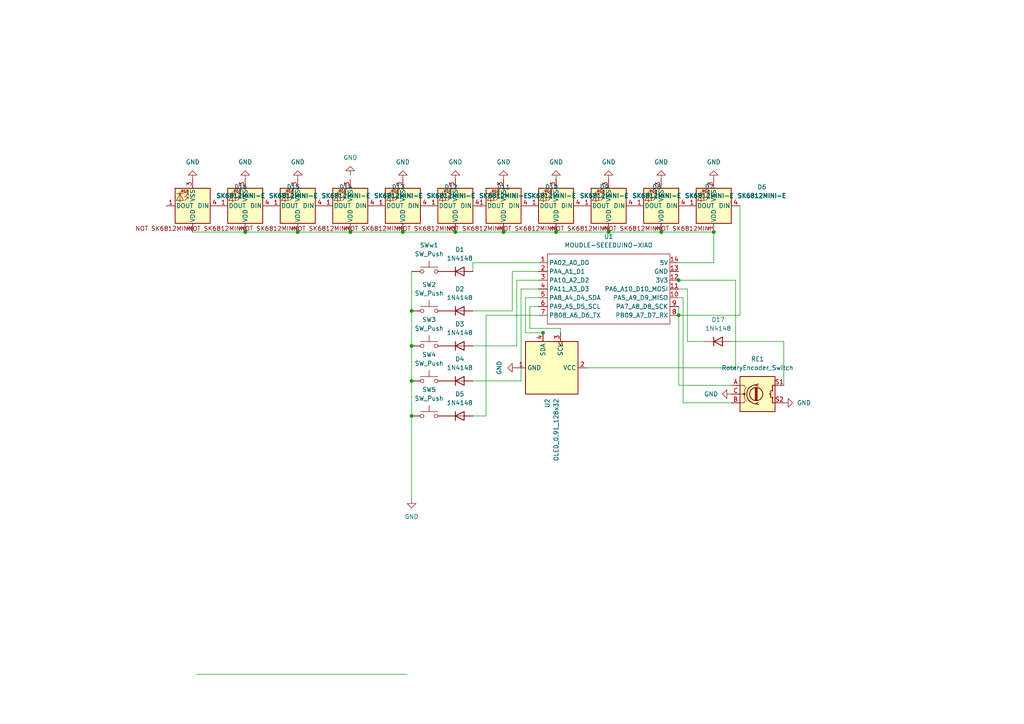
<source format=kicad_sch>
(kicad_sch (version 20250114) (generator "eeschema") (generator_version "9.0")
  (paper "A4")
  (lib_symbols
    (symbol "Device:RotaryEncoder_Switch" (pin_names (offset 0.254) (hide yes))
      (property "Reference" "SW" (at 0 6.604 0))
      (property "Value" "RotaryEncoder_Switch" (at 0 -6.604 0))
      (symbol "RotaryEncoder_Switch_0_1"
        (rectangle (start -5.08 5.08) (end 5.08 -5.08) (stroke (width 0.254)) (fill (type background)))
        (polyline (pts (xy -5.08 2.54) (xy -3.81 2.54) (xy -3.81 2.032)))
        (polyline (pts (xy -5.08 0) (xy -3.81 0) (xy -3.81 -1.016) (xy -3.302 -2.032)))
        (polyline (pts (xy -5.08 -2.54) (xy -3.81 -2.54) (xy -3.81 -2.032)))
        (polyline (pts (xy -4.318 0) (xy -3.81 0) (xy -3.81 1.016) (xy -3.302 2.032)))
        (circle (center -3.81 0) (radius 0.254) (fill (type outline)))
        (polyline (pts (xy -0.635 -1.778) (xy -0.635 1.778)) (stroke (width 0.254)))
        (circle (center -0.381 0) (radius 1.905) (stroke (width 0.254)))
        (polyline (pts (xy -0.381 -1.778) (xy -0.381 1.778)) (stroke (width 0.254)))
        (arc (start -0.381 -2.794) (mid -3.0988 -0.0635) (end -0.381 2.667) (stroke (width 0.254)))
        (polyline (pts (xy -0.127 1.778) (xy -0.127 -1.778)) (stroke (width 0.254)))
        (polyline (pts (xy 0.254 2.921) (xy -0.508 2.667) (xy 0.127 2.286)) (stroke (width 0.254)))
        (polyline (pts (xy 0.254 -3.048) (xy -0.508 -2.794) (xy 0.127 -2.413)) (stroke (width 0.254)))
        (polyline (pts (xy 3.81 1.016) (xy 3.81 -1.016)) (stroke (width 0.254)))
        (polyline (pts (xy 3.81 0) (xy 3.429 0)) (stroke (width 0.254)))
        (circle (center 4.318 1.016) (radius 0.127) (stroke (width 0.254)))
        (circle (center 4.318 -1.016) (radius 0.127) (stroke (width 0.254)))
        (polyline (pts (xy 5.08 2.54) (xy 4.318 2.54) (xy 4.318 1.016)) (stroke (width 0.254)))
        (polyline (pts (xy 5.08 -2.54) (xy 4.318 -2.54) (xy 4.318 -1.016)) (stroke (width 0.254)))
      )
      (symbol "RotaryEncoder_Switch_1_1"
        (pin passive line (at -7.62 2.54 0) (length 2.54) (name "A") (number "A"))
        (pin passive line (at -7.62 0 0) (length 2.54) (name "C") (number "C"))
        (pin passive line (at -7.62 -2.54 0) (length 2.54) (name "B") (number "B"))
        (pin passive line (at 7.62 2.54 180) (length 2.54) (name "S1") (number "S1"))
        (pin passive line (at 7.62 -2.54 180) (length 2.54) (name "S2") (number "S2"))
      )
    )
    (symbol "Diode:1N4148" (pin_numbers (hide yes)) (pin_names (hide yes))
      (property "Reference" "D" (at 0 2.54 0))
      (property "Value" "1N4148" (at 0 -2.54 0))
      (symbol "1N4148_0_1"
        (polyline (pts (xy -1.27 1.27) (xy -1.27 -1.27)) (stroke (width 0.254)))
        (polyline (pts (xy 1.27 1.27) (xy 1.27 -1.27) (xy -1.27 0) (xy 1.27 1.27)) (stroke (width 0.254)))
        (polyline (pts (xy 1.27 0) (xy -1.27 0)))
      )
      (symbol "1N4148_1_1"
        (pin passive line (at -3.81 0 0) (length 2.54) (name "K") (number "1"))
        (pin passive line (at 3.81 0 180) (length 2.54) (name "A") (number "2"))
      )
    )
    (symbol "Hackclub Symbols:OLED_0.91_128x32"
      (property "Reference" "U" (at 0 0 0))
      (property "Value" "OLED_0.91_128x32" (at 14.224 -10.668 0))
      (symbol "OLED_0.91_128x32_1_1"
        (rectangle (start -7.62 7.62) (end 7.62 -7.62) (stroke (width 0.254)) (fill (type background)))
        (pin input clock (at -10.16 2.54 0) (length 2.54) (name "SCL") (number "3"))
        (pin bidirectional line (at -10.16 -2.54 0) (length 2.54) (name "SDA") (number "4"))
        (pin power_in line (at 0 10.16 270) (length 2.54) (name "VCC") (number "2"))
        (pin power_in line (at 0 -10.16 90) (length 2.54) (name "GND") (number "1"))
      )
    )
    (symbol "SK6812MINI-E:SK6812MINI-E" (pin_names (offset 0.254))
      (property "Reference" "D" (at -3.556 5.842 0))
      (property "Value" "SK6812MINI-E" (at 1.27 -5.715 0))
      (symbol "SK6812MINI-E_0_0"
        (text "RGB" (at 2.286 -4.191 0) (effects (font (size 0.762 0.762))))
      )
      (symbol "SK6812MINI-E_0_1"
        (rectangle (start -5.08 5.08) (end 5.08 -5.08) (stroke (width 0.254)) (fill (type background)))
        (polyline (pts (xy 1.27 -2.54) (xy 1.778 -2.54)))
        (polyline (pts (xy 1.27 -3.556) (xy 1.778 -3.556)))
        (polyline (pts (xy 2.286 -1.524) (xy 1.27 -2.54) (xy 1.27 -2.032)))
        (polyline (pts (xy 2.286 -2.54) (xy 1.27 -3.556) (xy 1.27 -3.048)))
        (polyline (pts (xy 3.683 -1.016) (xy 3.683 -3.556) (xy 3.683 -4.064)))
        (polyline (pts (xy 4.699 -1.524) (xy 2.667 -1.524) (xy 3.683 -3.556) (xy 4.699 -1.524)))
        (polyline (pts (xy 4.699 -3.556) (xy 2.667 -3.556)))
      )
      (symbol "SK6812MINI-E_1_1"
        (text "NOT SK6812MINI" (at 8.636 6.604 0) (effects (font (size 1.27 1.27))))
        (pin input line (at -7.62 0 0) (length 2.54) (name "DIN") (number "4"))
        (pin power_in line (at 0 7.62 270) (length 2.54) (name "VDD") (number "1"))
        (pin power_in line (at 0 -7.62 90) (length 2.54) (name "VSS") (number "3"))
        (pin output line (at 7.62 0 180) (length 2.54) (name "DOUT") (number "1"))
      )
    )
    (symbol "SK6812MINI-E_1" (pin_names (offset 0.254))
      (property "Reference" "D" (at -3.556 5.842 0))
      (property "Value" "SK6812MINI-E" (at 1.27 -5.715 0))
      (symbol "SK6812MINI-E_1_0_0"
        (text "RGB" (at 2.286 -4.191 0) (effects (font (size 0.762 0.762))))
      )
      (symbol "SK6812MINI-E_1_0_1"
        (rectangle (start -5.08 5.08) (end 5.08 -5.08) (stroke (width 0.254)) (fill (type background)))
        (polyline (pts (xy 1.27 -2.54) (xy 1.778 -2.54)))
        (polyline (pts (xy 1.27 -3.556) (xy 1.778 -3.556)))
        (polyline (pts (xy 2.286 -1.524) (xy 1.27 -2.54) (xy 1.27 -2.032)))
        (polyline (pts (xy 2.286 -2.54) (xy 1.27 -3.556) (xy 1.27 -3.048)))
        (polyline (pts (xy 3.683 -1.016) (xy 3.683 -3.556) (xy 3.683 -4.064)))
        (polyline (pts (xy 4.699 -1.524) (xy 2.667 -1.524) (xy 3.683 -3.556) (xy 4.699 -1.524)))
        (polyline (pts (xy 4.699 -3.556) (xy 2.667 -3.556)))
      )
      (symbol "SK6812MINI-E_1_1_1"
        (text "NOT SK6812MINI" (at 8.636 6.604 0) (effects (font (size 1.27 1.27))))
        (pin input line (at -7.62 0 0) (length 2.54) (name "DIN") (number "4"))
        (pin power_in line (at 0 7.62 270) (length 2.54) (name "VDD") (number "1"))
        (pin power_in line (at 0 -7.62 90) (length 2.54) (name "VSS") (number "3"))
        (pin output line (at 7.62 0 180) (length 2.54) (name "DOUT") (number "1"))
      )
    )
    (symbol "SK6812MINI-E_10" (pin_names (offset 0.254))
      (property "Reference" "D" (at -3.556 5.842 0))
      (property "Value" "SK6812MINI-E" (at 1.27 -5.715 0))
      (symbol "SK6812MINI-E_10_0_0"
        (text "RGB" (at 2.286 -4.191 0) (effects (font (size 0.762 0.762))))
      )
      (symbol "SK6812MINI-E_10_0_1"
        (rectangle (start -5.08 5.08) (end 5.08 -5.08) (stroke (width 0.254)) (fill (type background)))
        (polyline (pts (xy 1.27 -2.54) (xy 1.778 -2.54)))
        (polyline (pts (xy 1.27 -3.556) (xy 1.778 -3.556)))
        (polyline (pts (xy 2.286 -1.524) (xy 1.27 -2.54) (xy 1.27 -2.032)))
        (polyline (pts (xy 2.286 -2.54) (xy 1.27 -3.556) (xy 1.27 -3.048)))
        (polyline (pts (xy 3.683 -1.016) (xy 3.683 -3.556) (xy 3.683 -4.064)))
        (polyline (pts (xy 4.699 -1.524) (xy 2.667 -1.524) (xy 3.683 -3.556) (xy 4.699 -1.524)))
        (polyline (pts (xy 4.699 -3.556) (xy 2.667 -3.556)))
      )
      (symbol "SK6812MINI-E_10_1_1"
        (text "NOT SK6812MINI" (at 8.636 6.604 0) (effects (font (size 1.27 1.27))))
        (pin input line (at -7.62 0 0) (length 2.54) (name "DIN") (number "4"))
        (pin power_in line (at 0 7.62 270) (length 2.54) (name "VDD") (number "1"))
        (pin power_in line (at 0 -7.62 90) (length 2.54) (name "VSS") (number "3"))
        (pin output line (at 7.62 0 180) (length 2.54) (name "DOUT") (number "1"))
      )
    )
    (symbol "SK6812MINI-E_2" (pin_names (offset 0.254))
      (property "Reference" "D" (at -3.556 5.842 0))
      (property "Value" "SK6812MINI-E" (at 1.27 -5.715 0))
      (symbol "SK6812MINI-E_2_0_0"
        (text "RGB" (at 2.286 -4.191 0) (effects (font (size 0.762 0.762))))
      )
      (symbol "SK6812MINI-E_2_0_1"
        (rectangle (start -5.08 5.08) (end 5.08 -5.08) (stroke (width 0.254)) (fill (type background)))
        (polyline (pts (xy 1.27 -2.54) (xy 1.778 -2.54)))
        (polyline (pts (xy 1.27 -3.556) (xy 1.778 -3.556)))
        (polyline (pts (xy 2.286 -1.524) (xy 1.27 -2.54) (xy 1.27 -2.032)))
        (polyline (pts (xy 2.286 -2.54) (xy 1.27 -3.556) (xy 1.27 -3.048)))
        (polyline (pts (xy 3.683 -1.016) (xy 3.683 -3.556) (xy 3.683 -4.064)))
        (polyline (pts (xy 4.699 -1.524) (xy 2.667 -1.524) (xy 3.683 -3.556) (xy 4.699 -1.524)))
        (polyline (pts (xy 4.699 -3.556) (xy 2.667 -3.556)))
      )
      (symbol "SK6812MINI-E_2_1_1"
        (text "NOT SK6812MINI" (at 8.636 6.604 0) (effects (font (size 1.27 1.27))))
        (pin input line (at -7.62 0 0) (length 2.54) (name "DIN") (number "4"))
        (pin power_in line (at 0 7.62 270) (length 2.54) (name "VDD") (number "1"))
        (pin power_in line (at 0 -7.62 90) (length 2.54) (name "VSS") (number "3"))
        (pin output line (at 7.62 0 180) (length 2.54) (name "DOUT") (number "1"))
      )
    )
    (symbol "SK6812MINI-E_3" (pin_names (offset 0.254))
      (property "Reference" "D" (at -3.556 5.842 0))
      (property "Value" "SK6812MINI-E" (at 1.27 -5.715 0))
      (symbol "SK6812MINI-E_3_0_0"
        (text "RGB" (at 2.286 -4.191 0) (effects (font (size 0.762 0.762))))
      )
      (symbol "SK6812MINI-E_3_0_1"
        (rectangle (start -5.08 5.08) (end 5.08 -5.08) (stroke (width 0.254)) (fill (type background)))
        (polyline (pts (xy 1.27 -2.54) (xy 1.778 -2.54)))
        (polyline (pts (xy 1.27 -3.556) (xy 1.778 -3.556)))
        (polyline (pts (xy 2.286 -1.524) (xy 1.27 -2.54) (xy 1.27 -2.032)))
        (polyline (pts (xy 2.286 -2.54) (xy 1.27 -3.556) (xy 1.27 -3.048)))
        (polyline (pts (xy 3.683 -1.016) (xy 3.683 -3.556) (xy 3.683 -4.064)))
        (polyline (pts (xy 4.699 -1.524) (xy 2.667 -1.524) (xy 3.683 -3.556) (xy 4.699 -1.524)))
        (polyline (pts (xy 4.699 -3.556) (xy 2.667 -3.556)))
      )
      (symbol "SK6812MINI-E_3_1_1"
        (text "NOT SK6812MINI" (at 8.636 6.604 0) (effects (font (size 1.27 1.27))))
        (pin input line (at -7.62 0 0) (length 2.54) (name "DIN") (number "4"))
        (pin power_in line (at 0 7.62 270) (length 2.54) (name "VDD") (number "1"))
        (pin power_in line (at 0 -7.62 90) (length 2.54) (name "VSS") (number "3"))
        (pin output line (at 7.62 0 180) (length 2.54) (name "DOUT") (number "1"))
      )
    )
    (symbol "SK6812MINI-E_4" (pin_names (offset 0.254))
      (property "Reference" "D" (at -3.556 5.842 0))
      (property "Value" "SK6812MINI-E" (at 1.27 -5.715 0))
      (symbol "SK6812MINI-E_4_0_0"
        (text "RGB" (at 2.286 -4.191 0) (effects (font (size 0.762 0.762))))
      )
      (symbol "SK6812MINI-E_4_0_1"
        (rectangle (start -5.08 5.08) (end 5.08 -5.08) (stroke (width 0.254)) (fill (type background)))
        (polyline (pts (xy 1.27 -2.54) (xy 1.778 -2.54)))
        (polyline (pts (xy 1.27 -3.556) (xy 1.778 -3.556)))
        (polyline (pts (xy 2.286 -1.524) (xy 1.27 -2.54) (xy 1.27 -2.032)))
        (polyline (pts (xy 2.286 -2.54) (xy 1.27 -3.556) (xy 1.27 -3.048)))
        (polyline (pts (xy 3.683 -1.016) (xy 3.683 -3.556) (xy 3.683 -4.064)))
        (polyline (pts (xy 4.699 -1.524) (xy 2.667 -1.524) (xy 3.683 -3.556) (xy 4.699 -1.524)))
        (polyline (pts (xy 4.699 -3.556) (xy 2.667 -3.556)))
      )
      (symbol "SK6812MINI-E_4_1_1"
        (text "NOT SK6812MINI" (at 8.636 6.604 0) (effects (font (size 1.27 1.27))))
        (pin input line (at -7.62 0 0) (length 2.54) (name "DIN") (number "4"))
        (pin power_in line (at 0 7.62 270) (length 2.54) (name "VDD") (number "1"))
        (pin power_in line (at 0 -7.62 90) (length 2.54) (name "VSS") (number "3"))
        (pin output line (at 7.62 0 180) (length 2.54) (name "DOUT") (number "1"))
      )
    )
    (symbol "SK6812MINI-E_5" (pin_names (offset 0.254))
      (property "Reference" "D" (at -3.556 5.842 0))
      (property "Value" "SK6812MINI-E" (at 1.27 -5.715 0))
      (symbol "SK6812MINI-E_5_0_0"
        (text "RGB" (at 2.286 -4.191 0) (effects (font (size 0.762 0.762))))
      )
      (symbol "SK6812MINI-E_5_0_1"
        (rectangle (start -5.08 5.08) (end 5.08 -5.08) (stroke (width 0.254)) (fill (type background)))
        (polyline (pts (xy 1.27 -2.54) (xy 1.778 -2.54)))
        (polyline (pts (xy 1.27 -3.556) (xy 1.778 -3.556)))
        (polyline (pts (xy 2.286 -1.524) (xy 1.27 -2.54) (xy 1.27 -2.032)))
        (polyline (pts (xy 2.286 -2.54) (xy 1.27 -3.556) (xy 1.27 -3.048)))
        (polyline (pts (xy 3.683 -1.016) (xy 3.683 -3.556) (xy 3.683 -4.064)))
        (polyline (pts (xy 4.699 -1.524) (xy 2.667 -1.524) (xy 3.683 -3.556) (xy 4.699 -1.524)))
        (polyline (pts (xy 4.699 -3.556) (xy 2.667 -3.556)))
      )
      (symbol "SK6812MINI-E_5_1_1"
        (text "NOT SK6812MINI" (at 8.636 6.604 0) (effects (font (size 1.27 1.27))))
        (pin input line (at -7.62 0 0) (length 2.54) (name "DIN") (number "4"))
        (pin power_in line (at 0 7.62 270) (length 2.54) (name "VDD") (number "1"))
        (pin power_in line (at 0 -7.62 90) (length 2.54) (name "VSS") (number "3"))
        (pin output line (at 7.62 0 180) (length 2.54) (name "DOUT") (number "1"))
      )
    )
    (symbol "SK6812MINI-E_6" (pin_names (offset 0.254))
      (property "Reference" "D" (at -3.556 5.842 0))
      (property "Value" "SK6812MINI-E" (at 1.27 -5.715 0))
      (symbol "SK6812MINI-E_6_0_0"
        (text "RGB" (at 2.286 -4.191 0) (effects (font (size 0.762 0.762))))
      )
      (symbol "SK6812MINI-E_6_0_1"
        (rectangle (start -5.08 5.08) (end 5.08 -5.08) (stroke (width 0.254)) (fill (type background)))
        (polyline (pts (xy 1.27 -2.54) (xy 1.778 -2.54)))
        (polyline (pts (xy 1.27 -3.556) (xy 1.778 -3.556)))
        (polyline (pts (xy 2.286 -1.524) (xy 1.27 -2.54) (xy 1.27 -2.032)))
        (polyline (pts (xy 2.286 -2.54) (xy 1.27 -3.556) (xy 1.27 -3.048)))
        (polyline (pts (xy 3.683 -1.016) (xy 3.683 -3.556) (xy 3.683 -4.064)))
        (polyline (pts (xy 4.699 -1.524) (xy 2.667 -1.524) (xy 3.683 -3.556) (xy 4.699 -1.524)))
        (polyline (pts (xy 4.699 -3.556) (xy 2.667 -3.556)))
      )
      (symbol "SK6812MINI-E_6_1_1"
        (text "NOT SK6812MINI" (at 8.636 6.604 0) (effects (font (size 1.27 1.27))))
        (pin input line (at -7.62 0 0) (length 2.54) (name "DIN") (number "4"))
        (pin power_in line (at 0 7.62 270) (length 2.54) (name "VDD") (number "1"))
        (pin power_in line (at 0 -7.62 90) (length 2.54) (name "VSS") (number "3"))
        (pin output line (at 7.62 0 180) (length 2.54) (name "DOUT") (number "1"))
      )
    )
    (symbol "SK6812MINI-E_7" (pin_names (offset 0.254))
      (property "Reference" "D" (at -3.556 5.842 0))
      (property "Value" "SK6812MINI-E" (at 1.27 -5.715 0))
      (symbol "SK6812MINI-E_7_0_0"
        (text "RGB" (at 2.286 -4.191 0) (effects (font (size 0.762 0.762))))
      )
      (symbol "SK6812MINI-E_7_0_1"
        (rectangle (start -5.08 5.08) (end 5.08 -5.08) (stroke (width 0.254)) (fill (type background)))
        (polyline (pts (xy 1.27 -2.54) (xy 1.778 -2.54)))
        (polyline (pts (xy 1.27 -3.556) (xy 1.778 -3.556)))
        (polyline (pts (xy 2.286 -1.524) (xy 1.27 -2.54) (xy 1.27 -2.032)))
        (polyline (pts (xy 2.286 -2.54) (xy 1.27 -3.556) (xy 1.27 -3.048)))
        (polyline (pts (xy 3.683 -1.016) (xy 3.683 -3.556) (xy 3.683 -4.064)))
        (polyline (pts (xy 4.699 -1.524) (xy 2.667 -1.524) (xy 3.683 -3.556) (xy 4.699 -1.524)))
        (polyline (pts (xy 4.699 -3.556) (xy 2.667 -3.556)))
      )
      (symbol "SK6812MINI-E_7_1_1"
        (text "NOT SK6812MINI" (at 8.636 6.604 0) (effects (font (size 1.27 1.27))))
        (pin input line (at -7.62 0 0) (length 2.54) (name "DIN") (number "4"))
        (pin power_in line (at 0 7.62 270) (length 2.54) (name "VDD") (number "1"))
        (pin power_in line (at 0 -7.62 90) (length 2.54) (name "VSS") (number "3"))
        (pin output line (at 7.62 0 180) (length 2.54) (name "DOUT") (number "1"))
      )
    )
    (symbol "SK6812MINI-E_8" (pin_names (offset 0.254))
      (property "Reference" "D" (at -3.556 5.842 0))
      (property "Value" "SK6812MINI-E" (at 1.27 -5.715 0))
      (symbol "SK6812MINI-E_8_0_0"
        (text "RGB" (at 2.286 -4.191 0) (effects (font (size 0.762 0.762))))
      )
      (symbol "SK6812MINI-E_8_0_1"
        (rectangle (start -5.08 5.08) (end 5.08 -5.08) (stroke (width 0.254)) (fill (type background)))
        (polyline (pts (xy 1.27 -2.54) (xy 1.778 -2.54)))
        (polyline (pts (xy 1.27 -3.556) (xy 1.778 -3.556)))
        (polyline (pts (xy 2.286 -1.524) (xy 1.27 -2.54) (xy 1.27 -2.032)))
        (polyline (pts (xy 2.286 -2.54) (xy 1.27 -3.556) (xy 1.27 -3.048)))
        (polyline (pts (xy 3.683 -1.016) (xy 3.683 -3.556) (xy 3.683 -4.064)))
        (polyline (pts (xy 4.699 -1.524) (xy 2.667 -1.524) (xy 3.683 -3.556) (xy 4.699 -1.524)))
        (polyline (pts (xy 4.699 -3.556) (xy 2.667 -3.556)))
      )
      (symbol "SK6812MINI-E_8_1_1"
        (text "NOT SK6812MINI" (at 8.636 6.604 0) (effects (font (size 1.27 1.27))))
        (pin input line (at -7.62 0 0) (length 2.54) (name "DIN") (number "4"))
        (pin power_in line (at 0 7.62 270) (length 2.54) (name "VDD") (number "1"))
        (pin power_in line (at 0 -7.62 90) (length 2.54) (name "VSS") (number "3"))
        (pin output line (at 7.62 0 180) (length 2.54) (name "DOUT") (number "1"))
      )
    )
    (symbol "SK6812MINI-E_9" (pin_names (offset 0.254))
      (property "Reference" "D" (at -3.556 5.842 0))
      (property "Value" "SK6812MINI-E" (at 1.27 -5.715 0))
      (symbol "SK6812MINI-E_9_0_0"
        (text "RGB" (at 2.286 -4.191 0) (effects (font (size 0.762 0.762))))
      )
      (symbol "SK6812MINI-E_9_0_1"
        (rectangle (start -5.08 5.08) (end 5.08 -5.08) (stroke (width 0.254)) (fill (type background)))
        (polyline (pts (xy 1.27 -2.54) (xy 1.778 -2.54)))
        (polyline (pts (xy 1.27 -3.556) (xy 1.778 -3.556)))
        (polyline (pts (xy 2.286 -1.524) (xy 1.27 -2.54) (xy 1.27 -2.032)))
        (polyline (pts (xy 2.286 -2.54) (xy 1.27 -3.556) (xy 1.27 -3.048)))
        (polyline (pts (xy 3.683 -1.016) (xy 3.683 -3.556) (xy 3.683 -4.064)))
        (polyline (pts (xy 4.699 -1.524) (xy 2.667 -1.524) (xy 3.683 -3.556) (xy 4.699 -1.524)))
        (polyline (pts (xy 4.699 -3.556) (xy 2.667 -3.556)))
      )
      (symbol "SK6812MINI-E_9_1_1"
        (text "NOT SK6812MINI" (at 8.636 6.604 0) (effects (font (size 1.27 1.27))))
        (pin input line (at -7.62 0 0) (length 2.54) (name "DIN") (number "4"))
        (pin power_in line (at 0 7.62 270) (length 2.54) (name "VDD") (number "1"))
        (pin power_in line (at 0 -7.62 90) (length 2.54) (name "VSS") (number "3"))
        (pin output line (at 7.62 0 180) (length 2.54) (name "DOUT") (number "1"))
      )
    )
    (symbol "Switch:SW_Push" (pin_numbers (hide yes)) (pin_names (offset 1.016) (hide yes))
      (property "Reference" "SW" (at 1.27 2.54 0))
      (property "Value" "SW_Push" (at 0 -1.524 0))
      (symbol "SW_Push_0_1"
        (circle (center -2.032 0) (radius 0.508))
        (polyline (pts (xy 0 1.27) (xy 0 3.048)))
        (circle (center 2.032 0) (radius 0.508))
        (polyline (pts (xy 2.54 1.27) (xy -2.54 1.27)))
        (pin passive line (at -5.08 0 0) (length 2.54) (name "1") (number "1"))
        (pin passive line (at 5.08 0 180) (length 2.54) (name "2") (number "2"))
      )
    )
    (symbol "XIAO_RP2040:MOUDLE-SEEEDUINO-XIAO"
      (property "Reference" "U" (at -16.51 11.43 0))
      (property "Value" "MOUDLE-SEEEDUINO-XIAO" (at -3.81 -11.43 0))
      (symbol "MOUDLE-SEEEDUINO-XIAO_0_1"
        (rectangle (start -16.51 10.16) (end 19.05 -10.16))
      )
      (symbol "MOUDLE-SEEEDUINO-XIAO_1_1"
        (pin passive line (at -19.05 7.62 0) (length 2.54) (name "PA02_A0_D0") (number "1"))
        (pin passive line (at -19.05 5.08 0) (length 2.54) (name "PA4_A1_D1") (number "2"))
        (pin passive line (at -19.05 2.54 0) (length 2.54) (name "PA10_A2_D2") (number "3"))
        (pin passive line (at -19.05 0 0) (length 2.54) (name "PA11_A3_D3") (number "4"))
        (pin passive line (at -19.05 -2.54 0) (length 2.54) (name "PA8_A4_D4_SDA") (number "5"))
        (pin passive line (at -19.05 -5.08 0) (length 2.54) (name "PA9_A5_D5_SCL") (number "6"))
        (pin passive line (at -19.05 -7.62 0) (length 2.54) (name "PB08_A6_D6_TX") (number "7"))
        (pin passive line (at 21.59 7.62 180) (length 2.54) (name "5V") (number "14"))
        (pin passive line (at 21.59 5.08 180) (length 2.54) (name "GND") (number "13"))
        (pin passive line (at 21.59 2.54 180) (length 2.54) (name "3V3") (number "12"))
        (pin passive line (at 21.59 0 180) (length 2.54) (name "PA6_A10_D10_MOSI") (number "11"))
        (pin passive line (at 21.59 -2.54 180) (length 2.54) (name "PA5_A9_D9_MISO") (number "10"))
        (pin passive line (at 21.59 -5.08 180) (length 2.54) (name "PA7_A8_D8_SCK") (number "9"))
        (pin passive line (at 21.59 -7.62 180) (length 2.54) (name "PB09_A7_D7_RX") (number "8"))
      )
    )
    (symbol "power:GND" (power) (pin_numbers (hide yes)) (pin_names (offset 0) (hide yes))
      (property "Value" "GND" (at 0 -3.81 0))
      (symbol "GND_0_1"
        (polyline (pts (xy 0 0) (xy 0 -1.27) (xy 1.27 -1.27) (xy 0 -2.54) (xy -1.27 -1.27) (xy 0 -1.27)))
      )
      (symbol "GND_1_1"
        (pin power_in line (at 0 0 270) (length 0) (name "~") (number "1"))
      )
    )
  )
  (junction (at 207.01 67.31))
  (junction (at 119.38 90.17))
  (junction (at 71.12 67.31))
  (junction (at 196.85 91.44))
  (junction (at 119.38 120.65))
  (junction (at 132.08 67.31))
  (junction (at 176.53 67.31))
  (junction (at 119.38 110.49))
  (junction (at 157.48 96.52))
  (junction (at 101.6 67.31))
  (junction (at 116.84 67.31))
  (junction (at 191.77 67.31))
  (junction (at 161.29 67.31))
  (junction (at 119.38 100.33))
  (junction (at 146.05 67.31))
  (junction (at 196.85 81.28))
  (junction (at 86.36 67.31))
  (wire (pts (xy 196.85 91.44) (xy 196.85 88.9)))
  (wire (pts (xy 204.47 99.06) (xy 199.39 99.06)))
  (wire (pts (xy 198.12 86.36) (xy 196.85 86.36)))
  (wire (pts (xy 214.63 91.44) (xy 196.85 91.44)))
  (wire (pts (xy 137.16 120.65) (xy 140.97 120.65)))
  (wire (pts (xy 199.39 83.82) (xy 196.85 83.82)))
  (wire (pts (xy 161.29 67.31) (xy 176.53 67.31)))
  (wire (pts (xy 148.59 78.74) (xy 156.21 78.74)))
  (wire (pts (xy 152.4 86.36) (xy 152.4 96.52)))
  (wire (pts (xy 151.13 83.82) (xy 151.13 110.49)))
  (wire (pts (xy 137.16 90.17) (xy 148.59 90.17)))
  (wire (pts (xy 55.88 67.31) (xy 71.12 67.31)))
  (wire (pts (xy 153.67 95.25) (xy 162.56 95.25)))
  (wire (pts (xy 140.97 91.44) (xy 156.21 91.44)))
  (wire (pts (xy 214.63 59.69) (xy 214.63 91.44)))
  (wire (pts (xy 199.39 99.06) (xy 199.39 83.82)))
  (wire (pts (xy 119.38 110.49) (xy 119.38 120.65)))
  (wire (pts (xy 137.16 76.2) (xy 156.21 76.2)))
  (wire (pts (xy 195.58 81.28) (xy 196.85 81.28)))
  (wire (pts (xy 196.85 81.28) (xy 213.36 81.28)))
  (wire (pts (xy 140.97 91.44) (xy 140.97 120.65)))
  (wire (pts (xy 101.6 67.31) (xy 116.84 67.31)))
  (wire (pts (xy 227.33 99.06) (xy 212.09 99.06)))
  (wire (pts (xy 132.08 67.31) (xy 146.05 67.31)))
  (wire (pts (xy 212.09 111.76) (xy 196.85 111.76)))
  (wire (pts (xy 176.53 67.31) (xy 191.77 67.31)))
  (wire (pts (xy 57.15 195.58) (xy 118.11 195.58)))
  (wire (pts (xy 156.21 88.9) (xy 153.67 88.9)))
  (wire (pts (xy 153.67 88.9) (xy 153.67 95.25)))
  (wire (pts (xy 196.85 76.2) (xy 207.01 76.2)))
  (wire (pts (xy 137.16 78.74) (xy 137.16 76.2)))
  (wire (pts (xy 119.38 120.65) (xy 119.38 144.78)))
  (wire (pts (xy 149.86 100.33) (xy 149.86 81.28)))
  (wire (pts (xy 137.16 100.33) (xy 149.86 100.33)))
  (wire (pts (xy 149.86 81.28) (xy 156.21 81.28)))
  (wire (pts (xy 152.4 86.36) (xy 156.21 86.36)))
  (wire (pts (xy 227.33 111.76) (xy 227.33 99.06)))
  (wire (pts (xy 119.38 100.33) (xy 119.38 110.49)))
  (wire (pts (xy 86.36 67.31) (xy 101.6 67.31)))
  (wire (pts (xy 146.05 67.31) (xy 161.29 67.31)))
  (wire (pts (xy 148.59 90.17) (xy 148.59 78.74)))
  (wire (pts (xy 116.84 67.31) (xy 132.08 67.31)))
  (wire (pts (xy 198.12 116.84) (xy 198.12 86.36)))
  (wire (pts (xy 119.38 90.17) (xy 119.38 100.33)))
  (wire (pts (xy 213.36 106.68) (xy 213.36 81.28)))
  (wire (pts (xy 191.77 67.31) (xy 207.01 67.31)))
  (wire (pts (xy 156.21 83.82) (xy 151.13 83.82)))
  (wire (pts (xy 196.85 111.76) (xy 196.85 91.44)))
  (wire (pts (xy 170.18 106.68) (xy 213.36 106.68)))
  (wire (pts (xy 162.56 95.25) (xy 162.56 96.52)))
  (wire (pts (xy 157.48 96.52) (xy 157.48 99.06)))
  (wire (pts (xy 71.12 67.31) (xy 86.36 67.31)))
  (wire (pts (xy 207.01 67.31) (xy 207.01 76.2)))
  (wire (pts (xy 152.4 96.52) (xy 157.48 96.52)))
  (wire (pts (xy 212.09 116.84) (xy 198.12 116.84)))
  (wire (pts (xy 151.13 110.49) (xy 137.16 110.49)))
  (wire (pts (xy 119.38 78.74) (xy 119.38 90.17)))
  (symbol (lib_id "Diode:1N4148") (at 208.28 99.06 0) (unit 1)
    (property "Reference" "D17" (at 208.28 92.71 0))
    (property "Value" "1N4148" (at 208.28 95.25 0))
    (property "Footprint" "Diode_SMD:D_SOD-123" (effects (hide yes)))
    (property "Datasheet" "https://assets.nexperia.com/documents/data-sheet/1N4148_1N4448.pdf" (effects (hide yes)))
    (property "Description" "100V 0.15A standard switching diode, DO-35" (effects (hide yes)))
    (property "Sim.Device" "D" (effects (hide yes)))
    (property "Sim.Pins" "1=K 2=A" (effects (hide yes)))
  )
  (symbol (lib_id "power:GND") (at 212.09 114.3 270) (unit 1)
    (property "Reference" "#PWR014" (effects (hide yes)))
    (property "Value" "GND" (at 208.28 114.2999 90) (effects (justify right)))
    (property "Description" "Power symbol creates a global label with name \"GND\" , ground" (effects (hide yes)))
  )
  (symbol (lib_name "SK6812MINI-E_4") (lib_id "SK6812MINI-E:SK6812MINI-E") (at 146.05 59.69 180) (unit 1)
    (property "Reference" "D10" (at 160.02 54.2446 0))
    (property "Value" "SK6812MINI-E" (at 160.02 56.7847 0) (effects (font (thickness 0.254) (bold yes))))
    (property "Footprint" "footprints:SK6812MINI-E_fixed" (effects (hide yes)))
    (property "Datasheet" "https://cdn-shop.adafruit.com/product-files/4960/4960_SK6812MINI-E_REV02_EN.pdf" (effects (hide yes)))
    (property "Description" "RGB LED with integrated controller" (effects (hide yes)))
  )
  (symbol (lib_id "Diode:1N4148") (at 133.35 110.49 0) (unit 1)
    (property "Reference" "D4" (at 133.35 104.14 0))
    (property "Value" "1N4148" (at 133.35 106.68 0))
    (property "Footprint" "Diode_THT:D_DO-35_SOD27_P7.62mm_Horizontal" (effects (hide yes)))
    (property "Datasheet" "https://assets.nexperia.com/documents/data-sheet/1N4148_1N4448.pdf" (effects (hide yes)))
    (property "Description" "100V 0.15A standard switching diode, DO-35" (effects (hide yes)))
    (property "Sim.Device" "D" (effects (hide yes)))
    (property "Sim.Pins" "1=K 2=A" (effects (hide yes)))
  )
  (symbol (lib_name "SK6812MINI-E_2") (lib_id "SK6812MINI-E:SK6812MINI-E") (at 176.53 59.69 180) (unit 1)
    (property "Reference" "D8" (at 190.5 54.2446 0))
    (property "Value" "SK6812MINI-E" (at 190.5 56.7847 0) (effects (font (thickness 0.254) (bold yes))))
    (property "Footprint" "footprints:SK6812MINI-E_fixed" (effects (hide yes)))
    (property "Datasheet" "https://cdn-shop.adafruit.com/product-files/4960/4960_SK6812MINI-E_REV02_EN.pdf" (effects (hide yes)))
    (property "Description" "RGB LED with integrated controller" (effects (hide yes)))
  )
  (symbol (lib_name "SK6812MINI-E_3") (lib_id "SK6812MINI-E:SK6812MINI-E") (at 161.29 59.69 180) (unit 1)
    (property "Reference" "D9" (at 175.26 54.2446 0))
    (property "Value" "SK6812MINI-E" (at 175.26 56.7847 0) (effects (font (thickness 0.254) (bold yes))))
    (property "Footprint" "footprints:SK6812MINI-E_fixed" (effects (hide yes)))
    (property "Datasheet" "https://cdn-shop.adafruit.com/product-files/4960/4960_SK6812MINI-E_REV02_EN.pdf" (effects (hide yes)))
    (property "Description" "RGB LED with integrated controller" (effects (hide yes)))
  )
  (symbol (lib_id "Switch:SW_Push") (at 124.46 120.65 0) (unit 1)
    (property "Reference" "SW5" (at 124.46 113.03 0))
    (property "Value" "SW_Push" (at 124.46 115.57 0))
    (property "Footprint" "Button_Switch_Keyboard:SW_Cherry_MX_1.00u_PCB" (effects (hide yes)))
    (property "Description" "Push button switch, generic, two pins" (effects (hide yes)))
  )
  (symbol (lib_id "Device:RotaryEncoder_Switch") (at 219.71 114.3 0) (unit 1)
    (property "Reference" "RE1" (at 219.71 104.14 0))
    (property "Value" "RotaryEncoder_Switch" (at 219.71 106.68 0))
    (property "Footprint" "Rotary_Encoder:RotaryEncoder_Alps_EC11E-Switch_Vertical_H20mm" (effects (hide yes)))
    (property "Description" "Rotary encoder, dual channel, incremental quadrate outputs, with switch" (effects (hide yes)))
  )
  (symbol (lib_id "Switch:SW_Push") (at 124.46 110.49 0) (unit 1)
    (property "Reference" "SW4" (at 124.46 102.87 0))
    (property "Value" "SW_Push" (at 124.46 105.41 0))
    (property "Footprint" "Button_Switch_Keyboard:SW_Cherry_MX_1.00u_PCB" (effects (hide yes)))
    (property "Description" "Push button switch, generic, two pins" (effects (hide yes)))
  )
  (symbol (lib_id "Switch:SW_Push") (at 124.46 90.17 0) (unit 1)
    (property "Reference" "SW2" (at 124.46 82.55 0))
    (property "Value" "SW_Push" (at 124.46 85.09 0))
    (property "Footprint" "Button_Switch_Keyboard:SW_Cherry_MX_1.00u_PCB" (effects (hide yes)))
    (property "Description" "Push button switch, generic, two pins" (effects (hide yes)))
  )
  (symbol (lib_id "Diode:1N4148") (at 133.35 100.33 0) (unit 1)
    (property "Reference" "D3" (at 133.35 93.98 0))
    (property "Value" "1N4148" (at 133.35 96.52 0))
    (property "Footprint" "Diode_THT:D_DO-35_SOD27_P7.62mm_Horizontal" (effects (hide yes)))
    (property "Datasheet" "https://assets.nexperia.com/documents/data-sheet/1N4148_1N4448.pdf" (effects (hide yes)))
    (property "Description" "100V 0.15A standard switching diode, DO-35" (effects (hide yes)))
    (property "Sim.Device" "D" (effects (hide yes)))
    (property "Sim.Pins" "1=K 2=A" (effects (hide yes)))
  )
  (symbol (lib_name "SK6812MINI-E_8") (lib_id "SK6812MINI-E:SK6812MINI-E") (at 86.36 59.69 180) (unit 1)
    (property "Reference" "D14" (at 100.33 54.2446 0))
    (property "Value" "SK6812MINI-E" (at 100.33 56.7847 0) (effects (font (thickness 0.254) (bold yes))))
    (property "Footprint" "footprints:SK6812MINI-E_fixed" (effects (hide yes)))
    (property "Datasheet" "https://cdn-shop.adafruit.com/product-files/4960/4960_SK6812MINI-E_REV02_EN.pdf" (effects (hide yes)))
    (property "Description" "RGB LED with integrated controller" (effects (hide yes)))
  )
  (symbol (lib_id "Hackclub Symbols:OLED_0.91_128x32") (at 160.02 106.68 270) (unit 1)
    (property "Reference" "U2" (at 158.7499 115.57 0) (effects (justify left)))
    (property "Value" "OLED_0.91_128x32" (at 161.2899 115.57 0) (effects (justify left)))
    (property "Footprint" "Connector_PinHeader_2.54mm:PinHeader_1x04_P2.54mm_Vertical" (effects (hide yes)))
    (property "Datasheet" "https://www.buydisplay.com/download/manual/ER-OLEDM0.91-1_Datasheet.pdf" (effects (hide yes)))
    (property "Description" "SSD1306 OLED module, 0.91 inch, 128x32, I2C" (effects (hide yes)))
  )
  (symbol (lib_name "SK6812MINI-E_5") (lib_id "SK6812MINI-E:SK6812MINI-E") (at 132.08 59.69 180) (unit 1)
    (property "Reference" "D11" (at 146.05 54.2446 0))
    (property "Value" "SK6812MINI-E" (at 146.05 56.7847 0) (effects (font (thickness 0.254) (bold yes))))
    (property "Footprint" "footprints:SK6812MINI-E_fixed" (effects (hide yes)))
    (property "Datasheet" "https://cdn-shop.adafruit.com/product-files/4960/4960_SK6812MINI-E_REV02_EN.pdf" (effects (hide yes)))
    (property "Description" "RGB LED with integrated controller" (effects (hide yes)))
  )
  (symbol (lib_id "SK6812MINI-E:SK6812MINI-E") (at 207.01 59.69 180) (unit 1)
    (property "Reference" "D6" (at 220.98 54.2446 0))
    (property "Value" "SK6812MINI-E" (at 220.98 56.7847 0) (effects (font (thickness 0.254) (bold yes))))
    (property "Footprint" "footprints:SK6812MINI-E_fixed" (effects (hide yes)))
    (property "Datasheet" "https://cdn-shop.adafruit.com/product-files/4960/4960_SK6812MINI-E_REV02_EN.pdf" (effects (hide yes)))
    (property "Description" "RGB LED with integrated controller" (effects (hide yes)))
  )
  (symbol (lib_id "power:GND") (at 101.6 50.8 180) (unit 1)
    (property "Reference" "#PWR010" (effects (hide yes)))
    (property "Value" "GND" (at 101.6 45.72 0))
    (property "Description" "Power symbol creates a global label with name \"GND\" , ground" (effects (hide yes)))
  )
  (symbol (lib_id "Diode:1N4148") (at 133.35 90.17 0) (unit 1)
    (property "Reference" "D2" (at 133.35 83.82 0))
    (property "Value" "1N4148" (at 133.35 86.36 0))
    (property "Footprint" "Diode_THT:D_DO-35_SOD27_P7.62mm_Horizontal" (effects (hide yes)))
    (property "Datasheet" "https://assets.nexperia.com/documents/data-sheet/1N4148_1N4448.pdf" (effects (hide yes)))
    (property "Description" "100V 0.15A standard switching diode, DO-35" (effects (hide yes)))
    (property "Sim.Device" "D" (effects (hide yes)))
    (property "Sim.Pins" "1=K 2=A" (effects (hide yes)))
  )
  (symbol (lib_id "power:GND") (at 191.77 52.07 180) (unit 1)
    (property "Reference" "#PWR04" (effects (hide yes)))
    (property "Value" "GND" (at 191.77 46.99 0))
    (property "Description" "Power symbol creates a global label with name \"GND\" , ground" (effects (hide yes)))
  )
  (symbol (lib_id "Diode:1N4148") (at 133.35 120.65 0) (unit 1)
    (property "Reference" "D5" (at 133.35 114.3 0))
    (property "Value" "1N4148" (at 133.35 116.84 0))
    (property "Footprint" "Diode_THT:D_DO-35_SOD27_P7.62mm_Horizontal" (effects (hide yes)))
    (property "Datasheet" "https://assets.nexperia.com/documents/data-sheet/1N4148_1N4448.pdf" (effects (hide yes)))
    (property "Description" "100V 0.15A standard switching diode, DO-35" (effects (hide yes)))
    (property "Sim.Device" "D" (effects (hide yes)))
    (property "Sim.Pins" "1=K 2=A" (effects (hide yes)))
  )
  (symbol (lib_id "Diode:1N4148") (at 133.35 78.74 0) (unit 1)
    (property "Reference" "D1" (at 133.35 72.39 0))
    (property "Value" "1N4148" (at 133.35 74.93 0))
    (property "Footprint" "Diode_THT:D_DO-35_SOD27_P7.62mm_Horizontal" (effects (hide yes)))
    (property "Datasheet" "https://assets.nexperia.com/documents/data-sheet/1N4148_1N4448.pdf" (effects (hide yes)))
    (property "Description" "100V 0.15A standard switching diode, DO-35" (effects (hide yes)))
    (property "Sim.Device" "D" (effects (hide yes)))
    (property "Sim.Pins" "1=K 2=A" (effects (hide yes)))
  )
  (symbol (lib_name "SK6812MINI-E_6") (lib_id "SK6812MINI-E:SK6812MINI-E") (at 116.84 59.69 180) (unit 1)
    (property "Reference" "D12" (at 130.81 54.2446 0))
    (property "Value" "SK6812MINI-E" (at 130.81 56.7847 0) (effects (font (thickness 0.254) (bold yes))))
    (property "Footprint" "footprints:SK6812MINI-E_fixed" (effects (hide yes)))
    (property "Datasheet" "https://cdn-shop.adafruit.com/product-files/4960/4960_SK6812MINI-E_REV02_EN.pdf" (effects (hide yes)))
    (property "Description" "RGB LED with integrated controller" (effects (hide yes)))
  )
  (symbol (lib_name "SK6812MINI-E_1") (lib_id "SK6812MINI-E:SK6812MINI-E") (at 191.77 59.69 180) (unit 1)
    (property "Reference" "D7" (at 205.74 54.2446 0))
    (property "Value" "SK6812MINI-E" (at 205.74 56.7847 0) (effects (font (thickness 0.254) (bold yes))))
    (property "Footprint" "footprints:SK6812MINI-E_fixed" (effects (hide yes)))
    (property "Datasheet" "https://cdn-shop.adafruit.com/product-files/4960/4960_SK6812MINI-E_REV02_EN.pdf" (effects (hide yes)))
    (property "Description" "RGB LED with integrated controller" (effects (hide yes)))
  )
  (symbol (lib_id "power:GND") (at 132.08 52.07 180) (unit 1)
    (property "Reference" "#PWR08" (effects (hide yes)))
    (property "Value" "GND" (at 132.08 46.99 0))
    (property "Description" "Power symbol creates a global label with name \"GND\" , ground" (effects (hide yes)))
  )
  (symbol (lib_id "power:GND") (at 116.84 52.07 180) (unit 1)
    (property "Reference" "#PWR09" (effects (hide yes)))
    (property "Value" "GND" (at 116.84 46.99 0))
    (property "Description" "Power symbol creates a global label with name \"GND\" , ground" (effects (hide yes)))
  )
  (symbol (lib_id "XIAO_RP2040:MOUDLE-SEEEDUINO-XIAO") (at 175.26 83.82 0) (unit 1)
    (property "Reference" "U1" (at 176.53 68.58 0))
    (property "Value" "MOUDLE-SEEEDUINO-XIAO" (at 176.53 71.12 0))
    (property "Footprint" "footprints:XIAO-Generic-Hybrid-14P-2.54-21X17.8MM" (effects (hide yes)))
  )
  (symbol (lib_id "power:GND") (at 55.88 52.07 180) (unit 1)
    (property "Reference" "#PWR012" (effects (hide yes)))
    (property "Value" "GND" (at 55.88 46.99 0))
    (property "Description" "Power symbol creates a global label with name \"GND\" , ground" (effects (hide yes)))
  )
  (symbol (lib_id "power:GND") (at 161.29 52.07 180) (unit 1)
    (property "Reference" "#PWR06" (effects (hide yes)))
    (property "Value" "GND" (at 161.29 46.99 0))
    (property "Description" "Power symbol creates a global label with name \"GND\" , ground" (effects (hide yes)))
  )
  (symbol (lib_id "power:GND") (at 227.33 116.84 90) (unit 1)
    (property "Reference" "#PWR017" (effects (hide yes)))
    (property "Value" "GND" (at 231.14 116.8399 90) (effects (justify right)))
    (property "Description" "Power symbol creates a global label with name \"GND\" , ground" (effects (hide yes)))
  )
  (symbol (lib_id "Switch:SW_Push") (at 124.46 78.74 0) (unit 1)
    (property "Reference" "SWw1" (at 124.46 71.12 0))
    (property "Value" "SW_Push" (at 124.46 73.66 0))
    (property "Footprint" "Button_Switch_Keyboard:SW_Cherry_MX_1.00u_PCB" (effects (hide yes)))
    (property "Description" "Push button switch, generic, two pins" (effects (hide yes)))
  )
  (symbol (lib_id "power:GND") (at 207.01 52.07 180) (unit 1)
    (property "Reference" "#PWR03" (effects (hide yes)))
    (property "Value" "GND" (at 207.01 46.99 0))
    (property "Description" "Power symbol creates a global label with name \"GND\" , ground" (effects (hide yes)))
  )
  (symbol (lib_id "power:GND") (at 119.38 144.78 0) (unit 1)
    (property "Reference" "#PWR01" (effects (hide yes)))
    (property "Value" "GND" (at 119.38 149.86 0))
    (property "Description" "Power symbol creates a global label with name \"GND\" , ground" (effects (hide yes)))
  )
  (symbol (lib_name "SK6812MINI-E_10") (lib_id "SK6812MINI-E:SK6812MINI-E") (at 55.88 59.69 180) (unit 1)
    (property "Reference" "D16" (at 69.85 54.2446 0))
    (property "Value" "SK6812MINI-E" (at 69.85 56.7847 0) (effects (font (thickness 0.254) (bold yes))))
    (property "Footprint" "footprints:SK6812MINI-E_fixed" (effects (hide yes)))
    (property "Datasheet" "https://cdn-shop.adafruit.com/product-files/4960/4960_SK6812MINI-E_REV02_EN.pdf" (effects (hide yes)))
    (property "Description" "RGB LED with integrated controller" (effects (hide yes)))
  )
  (symbol (lib_name "SK6812MINI-E_7") (lib_id "SK6812MINI-E:SK6812MINI-E") (at 101.6 59.69 180) (unit 1)
    (property "Reference" "D13" (at 115.57 54.2446 0))
    (property "Value" "SK6812MINI-E" (at 115.57 56.7847 0) (effects (font (thickness 0.254) (bold yes))))
    (property "Footprint" "footprints:SK6812MINI-E_fixed" (effects (hide yes)))
    (property "Datasheet" "https://cdn-shop.adafruit.com/product-files/4960/4960_SK6812MINI-E_REV02_EN.pdf" (effects (hide yes)))
    (property "Description" "RGB LED with integrated controller" (effects (hide yes)))
  )
  (symbol (lib_id "Switch:SW_Push") (at 124.46 100.33 0) (unit 1)
    (property "Reference" "SW3" (at 124.46 92.71 0))
    (property "Value" "SW_Push" (at 124.46 95.25 0))
    (property "Footprint" "Button_Switch_Keyboard:SW_Cherry_MX_1.00u_PCB" (effects (hide yes)))
    (property "Description" "Push button switch, generic, two pins" (effects (hide yes)))
  )
  (symbol (lib_id "power:GND") (at 176.53 52.07 180) (unit 1)
    (property "Reference" "#PWR05" (effects (hide yes)))
    (property "Value" "GND" (at 176.53 46.99 0))
    (property "Description" "Power symbol creates a global label with name \"GND\" , ground" (effects (hide yes)))
  )
  (symbol (lib_id "power:GND") (at 146.05 52.07 180) (unit 1)
    (property "Reference" "#PWR07" (effects (hide yes)))
    (property "Value" "GND" (at 146.05 46.99 0))
    (property "Description" "Power symbol creates a global label with name \"GND\" , ground" (effects (hide yes)))
  )
  (symbol (lib_id "power:GND") (at 149.86 106.68 270) (unit 1)
    (property "Reference" "#PWR02" (effects (hide yes)))
    (property "Value" "GND" (at 144.78 106.68 0))
    (property "Description" "Power symbol creates a global label with name \"GND\" , ground" (effects (hide yes)))
  )
  (symbol (lib_name "SK6812MINI-E_9") (lib_id "SK6812MINI-E:SK6812MINI-E") (at 71.12 59.69 180) (unit 1)
    (property "Reference" "D15" (at 85.09 54.2446 0))
    (property "Value" "SK6812MINI-E" (at 85.09 56.7847 0) (effects (font (thickness 0.254) (bold yes))))
    (property "Footprint" "footprints:SK6812MINI-E_fixed" (effects (hide yes)))
    (property "Datasheet" "https://cdn-shop.adafruit.com/product-files/4960/4960_SK6812MINI-E_REV02_EN.pdf" (effects (hide yes)))
    (property "Description" "RGB LED with integrated controller" (effects (hide yes)))
  )
  (symbol (lib_id "power:GND") (at 86.36 52.07 180) (unit 1)
    (property "Reference" "#PWR013" (effects (hide yes)))
    (property "Value" "GND" (at 86.36 46.99 0))
    (property "Description" "Power symbol creates a global label with name \"GND\" , ground" (effects (hide yes)))
  )
  (symbol (lib_id "power:GND") (at 71.12 52.07 180) (unit 1)
    (property "Reference" "#PWR011" (effects (hide yes)))
    (property "Value" "GND" (at 71.12 46.99 0))
    (property "Description" "Power symbol creates a global label with name \"GND\" , ground" (effects (hide yes)))
  )
)
</source>
